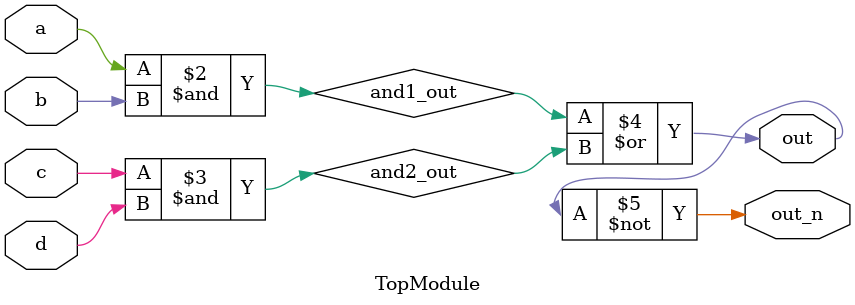
<source format=sv>
module TopModule (
    input logic a,
    input logic b,
    input logic c,
    input logic d,
    output logic out,
    output logic out_n
);

    logic and1_out;
    logic and2_out;

    always_comb begin
        and1_out = a & b;
        and2_out = c & d;
        out = and1_out | and2_out;
        out_n = ~out;
    end

endmodule
</source>
